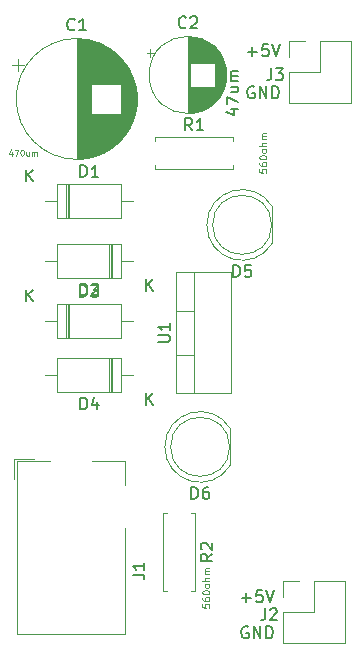
<source format=gto>
G04 #@! TF.GenerationSoftware,KiCad,Pcbnew,(5.1.5)-3*
G04 #@! TF.CreationDate,2020-04-25T12:46:16+05:30*
G04 #@! TF.ProjectId,bread power supply schematic,62726561-6420-4706-9f77-657220737570,rev?*
G04 #@! TF.SameCoordinates,Original*
G04 #@! TF.FileFunction,Legend,Top*
G04 #@! TF.FilePolarity,Positive*
%FSLAX46Y46*%
G04 Gerber Fmt 4.6, Leading zero omitted, Abs format (unit mm)*
G04 Created by KiCad (PCBNEW (5.1.5)-3) date 2020-04-25 12:46:16*
%MOMM*%
%LPD*%
G04 APERTURE LIST*
%ADD10C,0.100000*%
%ADD11C,0.150000*%
%ADD12C,0.120000*%
G04 APERTURE END LIST*
D10*
X133021428Y-167741428D02*
X133021428Y-168027142D01*
X133307142Y-168055714D01*
X133278571Y-168027142D01*
X133250000Y-167970000D01*
X133250000Y-167827142D01*
X133278571Y-167770000D01*
X133307142Y-167741428D01*
X133364285Y-167712857D01*
X133507142Y-167712857D01*
X133564285Y-167741428D01*
X133592857Y-167770000D01*
X133621428Y-167827142D01*
X133621428Y-167970000D01*
X133592857Y-168027142D01*
X133564285Y-168055714D01*
X133021428Y-167198571D02*
X133021428Y-167312857D01*
X133050000Y-167370000D01*
X133078571Y-167398571D01*
X133164285Y-167455714D01*
X133278571Y-167484285D01*
X133507142Y-167484285D01*
X133564285Y-167455714D01*
X133592857Y-167427142D01*
X133621428Y-167370000D01*
X133621428Y-167255714D01*
X133592857Y-167198571D01*
X133564285Y-167170000D01*
X133507142Y-167141428D01*
X133364285Y-167141428D01*
X133307142Y-167170000D01*
X133278571Y-167198571D01*
X133250000Y-167255714D01*
X133250000Y-167370000D01*
X133278571Y-167427142D01*
X133307142Y-167455714D01*
X133364285Y-167484285D01*
X133021428Y-166770000D02*
X133021428Y-166712857D01*
X133050000Y-166655714D01*
X133078571Y-166627142D01*
X133135714Y-166598571D01*
X133250000Y-166570000D01*
X133392857Y-166570000D01*
X133507142Y-166598571D01*
X133564285Y-166627142D01*
X133592857Y-166655714D01*
X133621428Y-166712857D01*
X133621428Y-166770000D01*
X133592857Y-166827142D01*
X133564285Y-166855714D01*
X133507142Y-166884285D01*
X133392857Y-166912857D01*
X133250000Y-166912857D01*
X133135714Y-166884285D01*
X133078571Y-166855714D01*
X133050000Y-166827142D01*
X133021428Y-166770000D01*
X133621428Y-166227142D02*
X133592857Y-166284285D01*
X133564285Y-166312857D01*
X133507142Y-166341428D01*
X133335714Y-166341428D01*
X133278571Y-166312857D01*
X133250000Y-166284285D01*
X133221428Y-166227142D01*
X133221428Y-166141428D01*
X133250000Y-166084285D01*
X133278571Y-166055714D01*
X133335714Y-166027142D01*
X133507142Y-166027142D01*
X133564285Y-166055714D01*
X133592857Y-166084285D01*
X133621428Y-166141428D01*
X133621428Y-166227142D01*
X133621428Y-165770000D02*
X133021428Y-165770000D01*
X133621428Y-165512857D02*
X133307142Y-165512857D01*
X133250000Y-165541428D01*
X133221428Y-165598571D01*
X133221428Y-165684285D01*
X133250000Y-165741428D01*
X133278571Y-165770000D01*
X133621428Y-165227142D02*
X133221428Y-165227142D01*
X133278571Y-165227142D02*
X133250000Y-165198571D01*
X133221428Y-165141428D01*
X133221428Y-165055714D01*
X133250000Y-164998571D01*
X133307142Y-164970000D01*
X133621428Y-164970000D01*
X133307142Y-164970000D02*
X133250000Y-164941428D01*
X133221428Y-164884285D01*
X133221428Y-164798571D01*
X133250000Y-164741428D01*
X133307142Y-164712857D01*
X133621428Y-164712857D01*
X137847428Y-130911428D02*
X137847428Y-131197142D01*
X138133142Y-131225714D01*
X138104571Y-131197142D01*
X138076000Y-131140000D01*
X138076000Y-130997142D01*
X138104571Y-130940000D01*
X138133142Y-130911428D01*
X138190285Y-130882857D01*
X138333142Y-130882857D01*
X138390285Y-130911428D01*
X138418857Y-130940000D01*
X138447428Y-130997142D01*
X138447428Y-131140000D01*
X138418857Y-131197142D01*
X138390285Y-131225714D01*
X137847428Y-130368571D02*
X137847428Y-130482857D01*
X137876000Y-130540000D01*
X137904571Y-130568571D01*
X137990285Y-130625714D01*
X138104571Y-130654285D01*
X138333142Y-130654285D01*
X138390285Y-130625714D01*
X138418857Y-130597142D01*
X138447428Y-130540000D01*
X138447428Y-130425714D01*
X138418857Y-130368571D01*
X138390285Y-130340000D01*
X138333142Y-130311428D01*
X138190285Y-130311428D01*
X138133142Y-130340000D01*
X138104571Y-130368571D01*
X138076000Y-130425714D01*
X138076000Y-130540000D01*
X138104571Y-130597142D01*
X138133142Y-130625714D01*
X138190285Y-130654285D01*
X137847428Y-129940000D02*
X137847428Y-129882857D01*
X137876000Y-129825714D01*
X137904571Y-129797142D01*
X137961714Y-129768571D01*
X138076000Y-129740000D01*
X138218857Y-129740000D01*
X138333142Y-129768571D01*
X138390285Y-129797142D01*
X138418857Y-129825714D01*
X138447428Y-129882857D01*
X138447428Y-129940000D01*
X138418857Y-129997142D01*
X138390285Y-130025714D01*
X138333142Y-130054285D01*
X138218857Y-130082857D01*
X138076000Y-130082857D01*
X137961714Y-130054285D01*
X137904571Y-130025714D01*
X137876000Y-129997142D01*
X137847428Y-129940000D01*
X138447428Y-129397142D02*
X138418857Y-129454285D01*
X138390285Y-129482857D01*
X138333142Y-129511428D01*
X138161714Y-129511428D01*
X138104571Y-129482857D01*
X138076000Y-129454285D01*
X138047428Y-129397142D01*
X138047428Y-129311428D01*
X138076000Y-129254285D01*
X138104571Y-129225714D01*
X138161714Y-129197142D01*
X138333142Y-129197142D01*
X138390285Y-129225714D01*
X138418857Y-129254285D01*
X138447428Y-129311428D01*
X138447428Y-129397142D01*
X138447428Y-128940000D02*
X137847428Y-128940000D01*
X138447428Y-128682857D02*
X138133142Y-128682857D01*
X138076000Y-128711428D01*
X138047428Y-128768571D01*
X138047428Y-128854285D01*
X138076000Y-128911428D01*
X138104571Y-128940000D01*
X138447428Y-128397142D02*
X138047428Y-128397142D01*
X138104571Y-128397142D02*
X138076000Y-128368571D01*
X138047428Y-128311428D01*
X138047428Y-128225714D01*
X138076000Y-128168571D01*
X138133142Y-128140000D01*
X138447428Y-128140000D01*
X138133142Y-128140000D02*
X138076000Y-128111428D01*
X138047428Y-128054285D01*
X138047428Y-127968571D01*
X138076000Y-127911428D01*
X138133142Y-127882857D01*
X138447428Y-127882857D01*
D11*
X135421714Y-125864761D02*
X136088380Y-125864761D01*
X135040761Y-126102857D02*
X135755047Y-126340952D01*
X135755047Y-125721904D01*
X135088380Y-125436190D02*
X135088380Y-124769523D01*
X136088380Y-125198095D01*
X135421714Y-123960000D02*
X136088380Y-123960000D01*
X135421714Y-124388571D02*
X135945523Y-124388571D01*
X136040761Y-124340952D01*
X136088380Y-124245714D01*
X136088380Y-124102857D01*
X136040761Y-124007619D01*
X135993142Y-123960000D01*
X136088380Y-123483809D02*
X135421714Y-123483809D01*
X135516952Y-123483809D02*
X135469333Y-123436190D01*
X135421714Y-123340952D01*
X135421714Y-123198095D01*
X135469333Y-123102857D01*
X135564571Y-123055238D01*
X136088380Y-123055238D01*
X135564571Y-123055238D02*
X135469333Y-123007619D01*
X135421714Y-122912380D01*
X135421714Y-122769523D01*
X135469333Y-122674285D01*
X135564571Y-122626666D01*
X136088380Y-122626666D01*
D10*
X116915523Y-129432857D02*
X116915523Y-129766190D01*
X116796476Y-129242380D02*
X116677428Y-129599523D01*
X116986952Y-129599523D01*
X117129809Y-129266190D02*
X117463142Y-129266190D01*
X117248857Y-129766190D01*
X117748857Y-129266190D02*
X117796476Y-129266190D01*
X117844095Y-129290000D01*
X117867904Y-129313809D01*
X117891714Y-129361428D01*
X117915523Y-129456666D01*
X117915523Y-129575714D01*
X117891714Y-129670952D01*
X117867904Y-129718571D01*
X117844095Y-129742380D01*
X117796476Y-129766190D01*
X117748857Y-129766190D01*
X117701238Y-129742380D01*
X117677428Y-129718571D01*
X117653619Y-129670952D01*
X117629809Y-129575714D01*
X117629809Y-129456666D01*
X117653619Y-129361428D01*
X117677428Y-129313809D01*
X117701238Y-129290000D01*
X117748857Y-129266190D01*
X118344095Y-129432857D02*
X118344095Y-129766190D01*
X118129809Y-129432857D02*
X118129809Y-129694761D01*
X118153619Y-129742380D01*
X118201238Y-129766190D01*
X118272666Y-129766190D01*
X118320285Y-129742380D01*
X118344095Y-129718571D01*
X118582190Y-129766190D02*
X118582190Y-129432857D01*
X118582190Y-129480476D02*
X118606000Y-129456666D01*
X118653619Y-129432857D01*
X118725047Y-129432857D01*
X118772666Y-129456666D01*
X118796476Y-129504285D01*
X118796476Y-129766190D01*
X118796476Y-129504285D02*
X118820285Y-129456666D01*
X118867904Y-129432857D01*
X118939333Y-129432857D01*
X118986952Y-129456666D01*
X119010761Y-129504285D01*
X119010761Y-129766190D01*
D11*
X136382285Y-167203428D02*
X137144190Y-167203428D01*
X136763238Y-167584380D02*
X136763238Y-166822476D01*
X138096571Y-166584380D02*
X137620380Y-166584380D01*
X137572761Y-167060571D01*
X137620380Y-167012952D01*
X137715619Y-166965333D01*
X137953714Y-166965333D01*
X138048952Y-167012952D01*
X138096571Y-167060571D01*
X138144190Y-167155809D01*
X138144190Y-167393904D01*
X138096571Y-167489142D01*
X138048952Y-167536761D01*
X137953714Y-167584380D01*
X137715619Y-167584380D01*
X137620380Y-167536761D01*
X137572761Y-167489142D01*
X138429904Y-166584380D02*
X138763238Y-167584380D01*
X139096571Y-166584380D01*
X136890285Y-120975428D02*
X137652190Y-120975428D01*
X137271238Y-121356380D02*
X137271238Y-120594476D01*
X138604571Y-120356380D02*
X138128380Y-120356380D01*
X138080761Y-120832571D01*
X138128380Y-120784952D01*
X138223619Y-120737333D01*
X138461714Y-120737333D01*
X138556952Y-120784952D01*
X138604571Y-120832571D01*
X138652190Y-120927809D01*
X138652190Y-121165904D01*
X138604571Y-121261142D01*
X138556952Y-121308761D01*
X138461714Y-121356380D01*
X138223619Y-121356380D01*
X138128380Y-121308761D01*
X138080761Y-121261142D01*
X138937904Y-120356380D02*
X139271238Y-121356380D01*
X139604571Y-120356380D01*
X136906095Y-169680000D02*
X136810857Y-169632380D01*
X136668000Y-169632380D01*
X136525142Y-169680000D01*
X136429904Y-169775238D01*
X136382285Y-169870476D01*
X136334666Y-170060952D01*
X136334666Y-170203809D01*
X136382285Y-170394285D01*
X136429904Y-170489523D01*
X136525142Y-170584761D01*
X136668000Y-170632380D01*
X136763238Y-170632380D01*
X136906095Y-170584761D01*
X136953714Y-170537142D01*
X136953714Y-170203809D01*
X136763238Y-170203809D01*
X137382285Y-170632380D02*
X137382285Y-169632380D01*
X137953714Y-170632380D01*
X137953714Y-169632380D01*
X138429904Y-170632380D02*
X138429904Y-169632380D01*
X138668000Y-169632380D01*
X138810857Y-169680000D01*
X138906095Y-169775238D01*
X138953714Y-169870476D01*
X139001333Y-170060952D01*
X139001333Y-170203809D01*
X138953714Y-170394285D01*
X138906095Y-170489523D01*
X138810857Y-170584761D01*
X138668000Y-170632380D01*
X138429904Y-170632380D01*
X137414095Y-123960000D02*
X137318857Y-123912380D01*
X137176000Y-123912380D01*
X137033142Y-123960000D01*
X136937904Y-124055238D01*
X136890285Y-124150476D01*
X136842666Y-124340952D01*
X136842666Y-124483809D01*
X136890285Y-124674285D01*
X136937904Y-124769523D01*
X137033142Y-124864761D01*
X137176000Y-124912380D01*
X137271238Y-124912380D01*
X137414095Y-124864761D01*
X137461714Y-124817142D01*
X137461714Y-124483809D01*
X137271238Y-124483809D01*
X137890285Y-124912380D02*
X137890285Y-123912380D01*
X138461714Y-124912380D01*
X138461714Y-123912380D01*
X138937904Y-124912380D02*
X138937904Y-123912380D01*
X139176000Y-123912380D01*
X139318857Y-123960000D01*
X139414095Y-124055238D01*
X139461714Y-124150476D01*
X139509333Y-124340952D01*
X139509333Y-124483809D01*
X139461714Y-124674285D01*
X139414095Y-124769523D01*
X139318857Y-124864761D01*
X139176000Y-124912380D01*
X138937904Y-124912380D01*
D12*
X127508000Y-124968000D02*
G75*
G03X127508000Y-124968000I-5120000J0D01*
G01*
X122388000Y-119888000D02*
X122388000Y-130048000D01*
X122428000Y-119888000D02*
X122428000Y-130048000D01*
X122468000Y-119888000D02*
X122468000Y-130048000D01*
X122508000Y-119889000D02*
X122508000Y-130047000D01*
X122548000Y-119890000D02*
X122548000Y-130046000D01*
X122588000Y-119891000D02*
X122588000Y-130045000D01*
X122628000Y-119893000D02*
X122628000Y-130043000D01*
X122668000Y-119895000D02*
X122668000Y-130041000D01*
X122708000Y-119898000D02*
X122708000Y-130038000D01*
X122748000Y-119900000D02*
X122748000Y-130036000D01*
X122788000Y-119903000D02*
X122788000Y-130033000D01*
X122828000Y-119906000D02*
X122828000Y-130030000D01*
X122868000Y-119910000D02*
X122868000Y-130026000D01*
X122908000Y-119914000D02*
X122908000Y-130022000D01*
X122948000Y-119918000D02*
X122948000Y-130018000D01*
X122988000Y-119923000D02*
X122988000Y-130013000D01*
X123028000Y-119928000D02*
X123028000Y-130008000D01*
X123068000Y-119933000D02*
X123068000Y-130003000D01*
X123109000Y-119938000D02*
X123109000Y-129998000D01*
X123149000Y-119944000D02*
X123149000Y-129992000D01*
X123189000Y-119950000D02*
X123189000Y-129986000D01*
X123229000Y-119957000D02*
X123229000Y-129979000D01*
X123269000Y-119964000D02*
X123269000Y-129972000D01*
X123309000Y-119971000D02*
X123309000Y-129965000D01*
X123349000Y-119978000D02*
X123349000Y-129958000D01*
X123389000Y-119986000D02*
X123389000Y-129950000D01*
X123429000Y-119994000D02*
X123429000Y-129942000D01*
X123469000Y-120003000D02*
X123469000Y-129933000D01*
X123509000Y-120012000D02*
X123509000Y-129924000D01*
X123549000Y-120021000D02*
X123549000Y-129915000D01*
X123589000Y-120030000D02*
X123589000Y-129906000D01*
X123629000Y-120040000D02*
X123629000Y-129896000D01*
X123669000Y-120050000D02*
X123669000Y-123727000D01*
X123669000Y-126209000D02*
X123669000Y-129886000D01*
X123709000Y-120061000D02*
X123709000Y-123727000D01*
X123709000Y-126209000D02*
X123709000Y-129875000D01*
X123749000Y-120071000D02*
X123749000Y-123727000D01*
X123749000Y-126209000D02*
X123749000Y-129865000D01*
X123789000Y-120083000D02*
X123789000Y-123727000D01*
X123789000Y-126209000D02*
X123789000Y-129853000D01*
X123829000Y-120094000D02*
X123829000Y-123727000D01*
X123829000Y-126209000D02*
X123829000Y-129842000D01*
X123869000Y-120106000D02*
X123869000Y-123727000D01*
X123869000Y-126209000D02*
X123869000Y-129830000D01*
X123909000Y-120118000D02*
X123909000Y-123727000D01*
X123909000Y-126209000D02*
X123909000Y-129818000D01*
X123949000Y-120131000D02*
X123949000Y-123727000D01*
X123949000Y-126209000D02*
X123949000Y-129805000D01*
X123989000Y-120144000D02*
X123989000Y-123727000D01*
X123989000Y-126209000D02*
X123989000Y-129792000D01*
X124029000Y-120157000D02*
X124029000Y-123727000D01*
X124029000Y-126209000D02*
X124029000Y-129779000D01*
X124069000Y-120171000D02*
X124069000Y-123727000D01*
X124069000Y-126209000D02*
X124069000Y-129765000D01*
X124109000Y-120185000D02*
X124109000Y-123727000D01*
X124109000Y-126209000D02*
X124109000Y-129751000D01*
X124149000Y-120200000D02*
X124149000Y-123727000D01*
X124149000Y-126209000D02*
X124149000Y-129736000D01*
X124189000Y-120214000D02*
X124189000Y-123727000D01*
X124189000Y-126209000D02*
X124189000Y-129722000D01*
X124229000Y-120230000D02*
X124229000Y-123727000D01*
X124229000Y-126209000D02*
X124229000Y-129706000D01*
X124269000Y-120245000D02*
X124269000Y-123727000D01*
X124269000Y-126209000D02*
X124269000Y-129691000D01*
X124309000Y-120261000D02*
X124309000Y-123727000D01*
X124309000Y-126209000D02*
X124309000Y-129675000D01*
X124349000Y-120278000D02*
X124349000Y-123727000D01*
X124349000Y-126209000D02*
X124349000Y-129658000D01*
X124389000Y-120294000D02*
X124389000Y-123727000D01*
X124389000Y-126209000D02*
X124389000Y-129642000D01*
X124429000Y-120311000D02*
X124429000Y-123727000D01*
X124429000Y-126209000D02*
X124429000Y-129625000D01*
X124469000Y-120329000D02*
X124469000Y-123727000D01*
X124469000Y-126209000D02*
X124469000Y-129607000D01*
X124509000Y-120347000D02*
X124509000Y-123727000D01*
X124509000Y-126209000D02*
X124509000Y-129589000D01*
X124549000Y-120365000D02*
X124549000Y-123727000D01*
X124549000Y-126209000D02*
X124549000Y-129571000D01*
X124589000Y-120384000D02*
X124589000Y-123727000D01*
X124589000Y-126209000D02*
X124589000Y-129552000D01*
X124629000Y-120404000D02*
X124629000Y-123727000D01*
X124629000Y-126209000D02*
X124629000Y-129532000D01*
X124669000Y-120423000D02*
X124669000Y-123727000D01*
X124669000Y-126209000D02*
X124669000Y-129513000D01*
X124709000Y-120443000D02*
X124709000Y-123727000D01*
X124709000Y-126209000D02*
X124709000Y-129493000D01*
X124749000Y-120464000D02*
X124749000Y-123727000D01*
X124749000Y-126209000D02*
X124749000Y-129472000D01*
X124789000Y-120485000D02*
X124789000Y-123727000D01*
X124789000Y-126209000D02*
X124789000Y-129451000D01*
X124829000Y-120506000D02*
X124829000Y-123727000D01*
X124829000Y-126209000D02*
X124829000Y-129430000D01*
X124869000Y-120528000D02*
X124869000Y-123727000D01*
X124869000Y-126209000D02*
X124869000Y-129408000D01*
X124909000Y-120551000D02*
X124909000Y-123727000D01*
X124909000Y-126209000D02*
X124909000Y-129385000D01*
X124949000Y-120573000D02*
X124949000Y-123727000D01*
X124949000Y-126209000D02*
X124949000Y-129363000D01*
X124989000Y-120597000D02*
X124989000Y-123727000D01*
X124989000Y-126209000D02*
X124989000Y-129339000D01*
X125029000Y-120621000D02*
X125029000Y-123727000D01*
X125029000Y-126209000D02*
X125029000Y-129315000D01*
X125069000Y-120645000D02*
X125069000Y-123727000D01*
X125069000Y-126209000D02*
X125069000Y-129291000D01*
X125109000Y-120670000D02*
X125109000Y-123727000D01*
X125109000Y-126209000D02*
X125109000Y-129266000D01*
X125149000Y-120695000D02*
X125149000Y-123727000D01*
X125149000Y-126209000D02*
X125149000Y-129241000D01*
X125189000Y-120721000D02*
X125189000Y-123727000D01*
X125189000Y-126209000D02*
X125189000Y-129215000D01*
X125229000Y-120747000D02*
X125229000Y-123727000D01*
X125229000Y-126209000D02*
X125229000Y-129189000D01*
X125269000Y-120774000D02*
X125269000Y-123727000D01*
X125269000Y-126209000D02*
X125269000Y-129162000D01*
X125309000Y-120802000D02*
X125309000Y-123727000D01*
X125309000Y-126209000D02*
X125309000Y-129134000D01*
X125349000Y-120830000D02*
X125349000Y-123727000D01*
X125349000Y-126209000D02*
X125349000Y-129106000D01*
X125389000Y-120858000D02*
X125389000Y-123727000D01*
X125389000Y-126209000D02*
X125389000Y-129078000D01*
X125429000Y-120888000D02*
X125429000Y-123727000D01*
X125429000Y-126209000D02*
X125429000Y-129048000D01*
X125469000Y-120918000D02*
X125469000Y-123727000D01*
X125469000Y-126209000D02*
X125469000Y-129018000D01*
X125509000Y-120948000D02*
X125509000Y-123727000D01*
X125509000Y-126209000D02*
X125509000Y-128988000D01*
X125549000Y-120979000D02*
X125549000Y-123727000D01*
X125549000Y-126209000D02*
X125549000Y-128957000D01*
X125589000Y-121011000D02*
X125589000Y-123727000D01*
X125589000Y-126209000D02*
X125589000Y-128925000D01*
X125629000Y-121043000D02*
X125629000Y-123727000D01*
X125629000Y-126209000D02*
X125629000Y-128893000D01*
X125669000Y-121076000D02*
X125669000Y-123727000D01*
X125669000Y-126209000D02*
X125669000Y-128860000D01*
X125709000Y-121110000D02*
X125709000Y-123727000D01*
X125709000Y-126209000D02*
X125709000Y-128826000D01*
X125749000Y-121144000D02*
X125749000Y-123727000D01*
X125749000Y-126209000D02*
X125749000Y-128792000D01*
X125789000Y-121179000D02*
X125789000Y-123727000D01*
X125789000Y-126209000D02*
X125789000Y-128757000D01*
X125829000Y-121215000D02*
X125829000Y-123727000D01*
X125829000Y-126209000D02*
X125829000Y-128721000D01*
X125869000Y-121252000D02*
X125869000Y-123727000D01*
X125869000Y-126209000D02*
X125869000Y-128684000D01*
X125909000Y-121289000D02*
X125909000Y-123727000D01*
X125909000Y-126209000D02*
X125909000Y-128647000D01*
X125949000Y-121328000D02*
X125949000Y-123727000D01*
X125949000Y-126209000D02*
X125949000Y-128608000D01*
X125989000Y-121367000D02*
X125989000Y-123727000D01*
X125989000Y-126209000D02*
X125989000Y-128569000D01*
X126029000Y-121407000D02*
X126029000Y-123727000D01*
X126029000Y-126209000D02*
X126029000Y-128529000D01*
X126069000Y-121448000D02*
X126069000Y-123727000D01*
X126069000Y-126209000D02*
X126069000Y-128488000D01*
X126109000Y-121490000D02*
X126109000Y-123727000D01*
X126109000Y-126209000D02*
X126109000Y-128446000D01*
X126149000Y-121532000D02*
X126149000Y-128404000D01*
X126189000Y-121576000D02*
X126189000Y-128360000D01*
X126229000Y-121621000D02*
X126229000Y-128315000D01*
X126269000Y-121667000D02*
X126269000Y-128269000D01*
X126309000Y-121714000D02*
X126309000Y-128222000D01*
X126349000Y-121762000D02*
X126349000Y-128174000D01*
X126389000Y-121812000D02*
X126389000Y-128124000D01*
X126429000Y-121862000D02*
X126429000Y-128074000D01*
X126469000Y-121914000D02*
X126469000Y-128022000D01*
X126509000Y-121968000D02*
X126509000Y-127968000D01*
X126549000Y-122023000D02*
X126549000Y-127913000D01*
X126589000Y-122079000D02*
X126589000Y-127857000D01*
X126629000Y-122138000D02*
X126629000Y-127798000D01*
X126669000Y-122198000D02*
X126669000Y-127738000D01*
X126709000Y-122259000D02*
X126709000Y-127677000D01*
X126749000Y-122323000D02*
X126749000Y-127613000D01*
X126789000Y-122389000D02*
X126789000Y-127547000D01*
X126829000Y-122458000D02*
X126829000Y-127478000D01*
X126869000Y-122529000D02*
X126869000Y-127407000D01*
X126909000Y-122603000D02*
X126909000Y-127333000D01*
X126949000Y-122679000D02*
X126949000Y-127257000D01*
X126989000Y-122759000D02*
X126989000Y-127177000D01*
X127029000Y-122843000D02*
X127029000Y-127093000D01*
X127069000Y-122931000D02*
X127069000Y-127005000D01*
X127109000Y-123024000D02*
X127109000Y-126912000D01*
X127149000Y-123122000D02*
X127149000Y-126814000D01*
X127189000Y-123226000D02*
X127189000Y-126710000D01*
X127229000Y-123338000D02*
X127229000Y-126598000D01*
X127269000Y-123458000D02*
X127269000Y-126478000D01*
X127309000Y-123590000D02*
X127309000Y-126346000D01*
X127349000Y-123738000D02*
X127349000Y-126198000D01*
X127389000Y-123906000D02*
X127389000Y-126030000D01*
X127429000Y-124106000D02*
X127429000Y-125830000D01*
X127469000Y-124369000D02*
X127469000Y-125567000D01*
X116908354Y-122093000D02*
X117908354Y-122093000D01*
X117408354Y-121593000D02*
X117408354Y-122593000D01*
X135076000Y-122936000D02*
G75*
G03X135076000Y-122936000I-3270000J0D01*
G01*
X131806000Y-119706000D02*
X131806000Y-126166000D01*
X131846000Y-119706000D02*
X131846000Y-126166000D01*
X131886000Y-119706000D02*
X131886000Y-126166000D01*
X131926000Y-119708000D02*
X131926000Y-126164000D01*
X131966000Y-119709000D02*
X131966000Y-126163000D01*
X132006000Y-119712000D02*
X132006000Y-126160000D01*
X132046000Y-119714000D02*
X132046000Y-121896000D01*
X132046000Y-123976000D02*
X132046000Y-126158000D01*
X132086000Y-119718000D02*
X132086000Y-121896000D01*
X132086000Y-123976000D02*
X132086000Y-126154000D01*
X132126000Y-119721000D02*
X132126000Y-121896000D01*
X132126000Y-123976000D02*
X132126000Y-126151000D01*
X132166000Y-119725000D02*
X132166000Y-121896000D01*
X132166000Y-123976000D02*
X132166000Y-126147000D01*
X132206000Y-119730000D02*
X132206000Y-121896000D01*
X132206000Y-123976000D02*
X132206000Y-126142000D01*
X132246000Y-119735000D02*
X132246000Y-121896000D01*
X132246000Y-123976000D02*
X132246000Y-126137000D01*
X132286000Y-119741000D02*
X132286000Y-121896000D01*
X132286000Y-123976000D02*
X132286000Y-126131000D01*
X132326000Y-119747000D02*
X132326000Y-121896000D01*
X132326000Y-123976000D02*
X132326000Y-126125000D01*
X132366000Y-119754000D02*
X132366000Y-121896000D01*
X132366000Y-123976000D02*
X132366000Y-126118000D01*
X132406000Y-119761000D02*
X132406000Y-121896000D01*
X132406000Y-123976000D02*
X132406000Y-126111000D01*
X132446000Y-119769000D02*
X132446000Y-121896000D01*
X132446000Y-123976000D02*
X132446000Y-126103000D01*
X132486000Y-119777000D02*
X132486000Y-121896000D01*
X132486000Y-123976000D02*
X132486000Y-126095000D01*
X132527000Y-119786000D02*
X132527000Y-121896000D01*
X132527000Y-123976000D02*
X132527000Y-126086000D01*
X132567000Y-119795000D02*
X132567000Y-121896000D01*
X132567000Y-123976000D02*
X132567000Y-126077000D01*
X132607000Y-119805000D02*
X132607000Y-121896000D01*
X132607000Y-123976000D02*
X132607000Y-126067000D01*
X132647000Y-119815000D02*
X132647000Y-121896000D01*
X132647000Y-123976000D02*
X132647000Y-126057000D01*
X132687000Y-119826000D02*
X132687000Y-121896000D01*
X132687000Y-123976000D02*
X132687000Y-126046000D01*
X132727000Y-119838000D02*
X132727000Y-121896000D01*
X132727000Y-123976000D02*
X132727000Y-126034000D01*
X132767000Y-119850000D02*
X132767000Y-121896000D01*
X132767000Y-123976000D02*
X132767000Y-126022000D01*
X132807000Y-119862000D02*
X132807000Y-121896000D01*
X132807000Y-123976000D02*
X132807000Y-126010000D01*
X132847000Y-119875000D02*
X132847000Y-121896000D01*
X132847000Y-123976000D02*
X132847000Y-125997000D01*
X132887000Y-119889000D02*
X132887000Y-121896000D01*
X132887000Y-123976000D02*
X132887000Y-125983000D01*
X132927000Y-119903000D02*
X132927000Y-121896000D01*
X132927000Y-123976000D02*
X132927000Y-125969000D01*
X132967000Y-119918000D02*
X132967000Y-121896000D01*
X132967000Y-123976000D02*
X132967000Y-125954000D01*
X133007000Y-119934000D02*
X133007000Y-121896000D01*
X133007000Y-123976000D02*
X133007000Y-125938000D01*
X133047000Y-119950000D02*
X133047000Y-121896000D01*
X133047000Y-123976000D02*
X133047000Y-125922000D01*
X133087000Y-119966000D02*
X133087000Y-121896000D01*
X133087000Y-123976000D02*
X133087000Y-125906000D01*
X133127000Y-119984000D02*
X133127000Y-121896000D01*
X133127000Y-123976000D02*
X133127000Y-125888000D01*
X133167000Y-120002000D02*
X133167000Y-121896000D01*
X133167000Y-123976000D02*
X133167000Y-125870000D01*
X133207000Y-120020000D02*
X133207000Y-121896000D01*
X133207000Y-123976000D02*
X133207000Y-125852000D01*
X133247000Y-120040000D02*
X133247000Y-121896000D01*
X133247000Y-123976000D02*
X133247000Y-125832000D01*
X133287000Y-120060000D02*
X133287000Y-121896000D01*
X133287000Y-123976000D02*
X133287000Y-125812000D01*
X133327000Y-120080000D02*
X133327000Y-121896000D01*
X133327000Y-123976000D02*
X133327000Y-125792000D01*
X133367000Y-120102000D02*
X133367000Y-121896000D01*
X133367000Y-123976000D02*
X133367000Y-125770000D01*
X133407000Y-120124000D02*
X133407000Y-121896000D01*
X133407000Y-123976000D02*
X133407000Y-125748000D01*
X133447000Y-120146000D02*
X133447000Y-121896000D01*
X133447000Y-123976000D02*
X133447000Y-125726000D01*
X133487000Y-120170000D02*
X133487000Y-121896000D01*
X133487000Y-123976000D02*
X133487000Y-125702000D01*
X133527000Y-120194000D02*
X133527000Y-121896000D01*
X133527000Y-123976000D02*
X133527000Y-125678000D01*
X133567000Y-120220000D02*
X133567000Y-121896000D01*
X133567000Y-123976000D02*
X133567000Y-125652000D01*
X133607000Y-120246000D02*
X133607000Y-121896000D01*
X133607000Y-123976000D02*
X133607000Y-125626000D01*
X133647000Y-120272000D02*
X133647000Y-121896000D01*
X133647000Y-123976000D02*
X133647000Y-125600000D01*
X133687000Y-120300000D02*
X133687000Y-121896000D01*
X133687000Y-123976000D02*
X133687000Y-125572000D01*
X133727000Y-120329000D02*
X133727000Y-121896000D01*
X133727000Y-123976000D02*
X133727000Y-125543000D01*
X133767000Y-120358000D02*
X133767000Y-121896000D01*
X133767000Y-123976000D02*
X133767000Y-125514000D01*
X133807000Y-120388000D02*
X133807000Y-121896000D01*
X133807000Y-123976000D02*
X133807000Y-125484000D01*
X133847000Y-120420000D02*
X133847000Y-121896000D01*
X133847000Y-123976000D02*
X133847000Y-125452000D01*
X133887000Y-120452000D02*
X133887000Y-121896000D01*
X133887000Y-123976000D02*
X133887000Y-125420000D01*
X133927000Y-120486000D02*
X133927000Y-121896000D01*
X133927000Y-123976000D02*
X133927000Y-125386000D01*
X133967000Y-120520000D02*
X133967000Y-121896000D01*
X133967000Y-123976000D02*
X133967000Y-125352000D01*
X134007000Y-120556000D02*
X134007000Y-121896000D01*
X134007000Y-123976000D02*
X134007000Y-125316000D01*
X134047000Y-120593000D02*
X134047000Y-121896000D01*
X134047000Y-123976000D02*
X134047000Y-125279000D01*
X134087000Y-120631000D02*
X134087000Y-121896000D01*
X134087000Y-123976000D02*
X134087000Y-125241000D01*
X134127000Y-120671000D02*
X134127000Y-125201000D01*
X134167000Y-120712000D02*
X134167000Y-125160000D01*
X134207000Y-120754000D02*
X134207000Y-125118000D01*
X134247000Y-120799000D02*
X134247000Y-125073000D01*
X134287000Y-120844000D02*
X134287000Y-125028000D01*
X134327000Y-120892000D02*
X134327000Y-124980000D01*
X134367000Y-120941000D02*
X134367000Y-124931000D01*
X134407000Y-120992000D02*
X134407000Y-124880000D01*
X134447000Y-121046000D02*
X134447000Y-124826000D01*
X134487000Y-121102000D02*
X134487000Y-124770000D01*
X134527000Y-121160000D02*
X134527000Y-124712000D01*
X134567000Y-121222000D02*
X134567000Y-124650000D01*
X134607000Y-121286000D02*
X134607000Y-124586000D01*
X134647000Y-121355000D02*
X134647000Y-124517000D01*
X134687000Y-121427000D02*
X134687000Y-124445000D01*
X134727000Y-121504000D02*
X134727000Y-124368000D01*
X134767000Y-121586000D02*
X134767000Y-124286000D01*
X134807000Y-121674000D02*
X134807000Y-124198000D01*
X134847000Y-121771000D02*
X134847000Y-124101000D01*
X134887000Y-121877000D02*
X134887000Y-123995000D01*
X134927000Y-121996000D02*
X134927000Y-123876000D01*
X134967000Y-122134000D02*
X134967000Y-123738000D01*
X135007000Y-122303000D02*
X135007000Y-123569000D01*
X135047000Y-122534000D02*
X135047000Y-123338000D01*
X128305759Y-121097000D02*
X128935759Y-121097000D01*
X128620759Y-120782000D02*
X128620759Y-121412000D01*
X120724000Y-132134000D02*
X120724000Y-135074000D01*
X120724000Y-135074000D02*
X126164000Y-135074000D01*
X126164000Y-135074000D02*
X126164000Y-132134000D01*
X126164000Y-132134000D02*
X120724000Y-132134000D01*
X119704000Y-133604000D02*
X120724000Y-133604000D01*
X127184000Y-133604000D02*
X126164000Y-133604000D01*
X121624000Y-132134000D02*
X121624000Y-135074000D01*
X121744000Y-132134000D02*
X121744000Y-135074000D01*
X121504000Y-132134000D02*
X121504000Y-135074000D01*
X125384000Y-140154000D02*
X125384000Y-137214000D01*
X125144000Y-140154000D02*
X125144000Y-137214000D01*
X125264000Y-140154000D02*
X125264000Y-137214000D01*
X119704000Y-138684000D02*
X120724000Y-138684000D01*
X127184000Y-138684000D02*
X126164000Y-138684000D01*
X120724000Y-140154000D02*
X126164000Y-140154000D01*
X120724000Y-137214000D02*
X120724000Y-140154000D01*
X126164000Y-137214000D02*
X120724000Y-137214000D01*
X126164000Y-140154000D02*
X126164000Y-137214000D01*
X120724000Y-142294000D02*
X120724000Y-145234000D01*
X120724000Y-145234000D02*
X126164000Y-145234000D01*
X126164000Y-145234000D02*
X126164000Y-142294000D01*
X126164000Y-142294000D02*
X120724000Y-142294000D01*
X119704000Y-143764000D02*
X120724000Y-143764000D01*
X127184000Y-143764000D02*
X126164000Y-143764000D01*
X121624000Y-142294000D02*
X121624000Y-145234000D01*
X121744000Y-142294000D02*
X121744000Y-145234000D01*
X121504000Y-142294000D02*
X121504000Y-145234000D01*
X125384000Y-149806000D02*
X125384000Y-146866000D01*
X125144000Y-149806000D02*
X125144000Y-146866000D01*
X125264000Y-149806000D02*
X125264000Y-146866000D01*
X119704000Y-148336000D02*
X120724000Y-148336000D01*
X127184000Y-148336000D02*
X126164000Y-148336000D01*
X120724000Y-149806000D02*
X126164000Y-149806000D01*
X120724000Y-146866000D02*
X120724000Y-149806000D01*
X126164000Y-146866000D02*
X120724000Y-146866000D01*
X126164000Y-149806000D02*
X126164000Y-146866000D01*
X138958000Y-137181000D02*
X138958000Y-134091000D01*
X138898000Y-135636000D02*
G75*
G03X138898000Y-135636000I-2500000J0D01*
G01*
X133408000Y-135636462D02*
G75*
G02X138958000Y-134091170I2990000J462D01*
G01*
X133408000Y-135635538D02*
G75*
G03X138958000Y-137180830I2990000J-462D01*
G01*
X129852000Y-154431538D02*
G75*
G03X135402000Y-155976830I2990000J-462D01*
G01*
X129852000Y-154432462D02*
G75*
G02X135402000Y-152887170I2990000J462D01*
G01*
X135342000Y-154432000D02*
G75*
G03X135342000Y-154432000I-2500000J0D01*
G01*
X135402000Y-155977000D02*
X135402000Y-152887000D01*
X126520000Y-161264000D02*
X126520000Y-170264000D01*
X126520000Y-170264000D02*
X117320000Y-170264000D01*
X117320000Y-170264000D02*
X117320000Y-155664000D01*
X117320000Y-155664000D02*
X120120000Y-155664000D01*
X123720000Y-155664000D02*
X126520000Y-155664000D01*
X126520000Y-155664000D02*
X126520000Y-157664000D01*
X117080000Y-157164000D02*
X117080000Y-155424000D01*
X117080000Y-155424000D02*
X118820000Y-155424000D01*
X139894000Y-165802000D02*
X141224000Y-165802000D01*
X139894000Y-167132000D02*
X139894000Y-165802000D01*
X142494000Y-165802000D02*
X145094000Y-165802000D01*
X142494000Y-168402000D02*
X142494000Y-165802000D01*
X139894000Y-168402000D02*
X142494000Y-168402000D01*
X145094000Y-165802000D02*
X145094000Y-171002000D01*
X139894000Y-168402000D02*
X139894000Y-171002000D01*
X139894000Y-171002000D02*
X145094000Y-171002000D01*
X140402000Y-125282000D02*
X145602000Y-125282000D01*
X140402000Y-122682000D02*
X140402000Y-125282000D01*
X145602000Y-120082000D02*
X145602000Y-125282000D01*
X140402000Y-122682000D02*
X143002000Y-122682000D01*
X143002000Y-122682000D02*
X143002000Y-120082000D01*
X143002000Y-120082000D02*
X145602000Y-120082000D01*
X140402000Y-121412000D02*
X140402000Y-120082000D01*
X140402000Y-120082000D02*
X141732000Y-120082000D01*
X135604000Y-130910000D02*
X135604000Y-130580000D01*
X129064000Y-130910000D02*
X135604000Y-130910000D01*
X129064000Y-130580000D02*
X129064000Y-130910000D01*
X135604000Y-128170000D02*
X135604000Y-128500000D01*
X129064000Y-128170000D02*
X135604000Y-128170000D01*
X129064000Y-128500000D02*
X129064000Y-128170000D01*
X132104000Y-160052000D02*
X132434000Y-160052000D01*
X132434000Y-160052000D02*
X132434000Y-166592000D01*
X132434000Y-166592000D02*
X132104000Y-166592000D01*
X130024000Y-160052000D02*
X129694000Y-160052000D01*
X129694000Y-160052000D02*
X129694000Y-166592000D01*
X129694000Y-166592000D02*
X130024000Y-166592000D01*
X130842000Y-149900000D02*
X130842000Y-139660000D01*
X135483000Y-149900000D02*
X135483000Y-139660000D01*
X130842000Y-149900000D02*
X135483000Y-149900000D01*
X130842000Y-139660000D02*
X135483000Y-139660000D01*
X132352000Y-149900000D02*
X132352000Y-139660000D01*
X130842000Y-146630000D02*
X132352000Y-146630000D01*
X130842000Y-142929000D02*
X132352000Y-142929000D01*
D11*
X122221333Y-119075142D02*
X122173714Y-119122761D01*
X122030857Y-119170380D01*
X121935619Y-119170380D01*
X121792761Y-119122761D01*
X121697523Y-119027523D01*
X121649904Y-118932285D01*
X121602285Y-118741809D01*
X121602285Y-118598952D01*
X121649904Y-118408476D01*
X121697523Y-118313238D01*
X121792761Y-118218000D01*
X121935619Y-118170380D01*
X122030857Y-118170380D01*
X122173714Y-118218000D01*
X122221333Y-118265619D01*
X123173714Y-119170380D02*
X122602285Y-119170380D01*
X122888000Y-119170380D02*
X122888000Y-118170380D01*
X122792761Y-118313238D01*
X122697523Y-118408476D01*
X122602285Y-118456095D01*
X131639333Y-118893142D02*
X131591714Y-118940761D01*
X131448857Y-118988380D01*
X131353619Y-118988380D01*
X131210761Y-118940761D01*
X131115523Y-118845523D01*
X131067904Y-118750285D01*
X131020285Y-118559809D01*
X131020285Y-118416952D01*
X131067904Y-118226476D01*
X131115523Y-118131238D01*
X131210761Y-118036000D01*
X131353619Y-117988380D01*
X131448857Y-117988380D01*
X131591714Y-118036000D01*
X131639333Y-118083619D01*
X132020285Y-118083619D02*
X132067904Y-118036000D01*
X132163142Y-117988380D01*
X132401238Y-117988380D01*
X132496476Y-118036000D01*
X132544095Y-118083619D01*
X132591714Y-118178857D01*
X132591714Y-118274095D01*
X132544095Y-118416952D01*
X131972666Y-118988380D01*
X132591714Y-118988380D01*
X122705904Y-131586380D02*
X122705904Y-130586380D01*
X122944000Y-130586380D01*
X123086857Y-130634000D01*
X123182095Y-130729238D01*
X123229714Y-130824476D01*
X123277333Y-131014952D01*
X123277333Y-131157809D01*
X123229714Y-131348285D01*
X123182095Y-131443523D01*
X123086857Y-131538761D01*
X122944000Y-131586380D01*
X122705904Y-131586380D01*
X124229714Y-131586380D02*
X123658285Y-131586380D01*
X123944000Y-131586380D02*
X123944000Y-130586380D01*
X123848761Y-130729238D01*
X123753523Y-130824476D01*
X123658285Y-130872095D01*
X118102095Y-131956380D02*
X118102095Y-130956380D01*
X118673523Y-131956380D02*
X118244952Y-131384952D01*
X118673523Y-130956380D02*
X118102095Y-131527809D01*
X122705904Y-141606380D02*
X122705904Y-140606380D01*
X122944000Y-140606380D01*
X123086857Y-140654000D01*
X123182095Y-140749238D01*
X123229714Y-140844476D01*
X123277333Y-141034952D01*
X123277333Y-141177809D01*
X123229714Y-141368285D01*
X123182095Y-141463523D01*
X123086857Y-141558761D01*
X122944000Y-141606380D01*
X122705904Y-141606380D01*
X123658285Y-140701619D02*
X123705904Y-140654000D01*
X123801142Y-140606380D01*
X124039238Y-140606380D01*
X124134476Y-140654000D01*
X124182095Y-140701619D01*
X124229714Y-140796857D01*
X124229714Y-140892095D01*
X124182095Y-141034952D01*
X123610666Y-141606380D01*
X124229714Y-141606380D01*
X128262095Y-141236380D02*
X128262095Y-140236380D01*
X128833523Y-141236380D02*
X128404952Y-140664952D01*
X128833523Y-140236380D02*
X128262095Y-140807809D01*
X122705904Y-141746380D02*
X122705904Y-140746380D01*
X122944000Y-140746380D01*
X123086857Y-140794000D01*
X123182095Y-140889238D01*
X123229714Y-140984476D01*
X123277333Y-141174952D01*
X123277333Y-141317809D01*
X123229714Y-141508285D01*
X123182095Y-141603523D01*
X123086857Y-141698761D01*
X122944000Y-141746380D01*
X122705904Y-141746380D01*
X123610666Y-140746380D02*
X124229714Y-140746380D01*
X123896380Y-141127333D01*
X124039238Y-141127333D01*
X124134476Y-141174952D01*
X124182095Y-141222571D01*
X124229714Y-141317809D01*
X124229714Y-141555904D01*
X124182095Y-141651142D01*
X124134476Y-141698761D01*
X124039238Y-141746380D01*
X123753523Y-141746380D01*
X123658285Y-141698761D01*
X123610666Y-141651142D01*
X118102095Y-142116380D02*
X118102095Y-141116380D01*
X118673523Y-142116380D02*
X118244952Y-141544952D01*
X118673523Y-141116380D02*
X118102095Y-141687809D01*
X122705904Y-151258380D02*
X122705904Y-150258380D01*
X122944000Y-150258380D01*
X123086857Y-150306000D01*
X123182095Y-150401238D01*
X123229714Y-150496476D01*
X123277333Y-150686952D01*
X123277333Y-150829809D01*
X123229714Y-151020285D01*
X123182095Y-151115523D01*
X123086857Y-151210761D01*
X122944000Y-151258380D01*
X122705904Y-151258380D01*
X124134476Y-150591714D02*
X124134476Y-151258380D01*
X123896380Y-150210761D02*
X123658285Y-150925047D01*
X124277333Y-150925047D01*
X128262095Y-150888380D02*
X128262095Y-149888380D01*
X128833523Y-150888380D02*
X128404952Y-150316952D01*
X128833523Y-149888380D02*
X128262095Y-150459809D01*
X135659904Y-140048380D02*
X135659904Y-139048380D01*
X135898000Y-139048380D01*
X136040857Y-139096000D01*
X136136095Y-139191238D01*
X136183714Y-139286476D01*
X136231333Y-139476952D01*
X136231333Y-139619809D01*
X136183714Y-139810285D01*
X136136095Y-139905523D01*
X136040857Y-140000761D01*
X135898000Y-140048380D01*
X135659904Y-140048380D01*
X137136095Y-139048380D02*
X136659904Y-139048380D01*
X136612285Y-139524571D01*
X136659904Y-139476952D01*
X136755142Y-139429333D01*
X136993238Y-139429333D01*
X137088476Y-139476952D01*
X137136095Y-139524571D01*
X137183714Y-139619809D01*
X137183714Y-139857904D01*
X137136095Y-139953142D01*
X137088476Y-140000761D01*
X136993238Y-140048380D01*
X136755142Y-140048380D01*
X136659904Y-140000761D01*
X136612285Y-139953142D01*
X132103904Y-158844380D02*
X132103904Y-157844380D01*
X132342000Y-157844380D01*
X132484857Y-157892000D01*
X132580095Y-157987238D01*
X132627714Y-158082476D01*
X132675333Y-158272952D01*
X132675333Y-158415809D01*
X132627714Y-158606285D01*
X132580095Y-158701523D01*
X132484857Y-158796761D01*
X132342000Y-158844380D01*
X132103904Y-158844380D01*
X133532476Y-157844380D02*
X133342000Y-157844380D01*
X133246761Y-157892000D01*
X133199142Y-157939619D01*
X133103904Y-158082476D01*
X133056285Y-158272952D01*
X133056285Y-158653904D01*
X133103904Y-158749142D01*
X133151523Y-158796761D01*
X133246761Y-158844380D01*
X133437238Y-158844380D01*
X133532476Y-158796761D01*
X133580095Y-158749142D01*
X133627714Y-158653904D01*
X133627714Y-158415809D01*
X133580095Y-158320571D01*
X133532476Y-158272952D01*
X133437238Y-158225333D01*
X133246761Y-158225333D01*
X133151523Y-158272952D01*
X133103904Y-158320571D01*
X133056285Y-158415809D01*
X127122380Y-165247333D02*
X127836666Y-165247333D01*
X127979523Y-165294952D01*
X128074761Y-165390190D01*
X128122380Y-165533047D01*
X128122380Y-165628285D01*
X128122380Y-164247333D02*
X128122380Y-164818761D01*
X128122380Y-164533047D02*
X127122380Y-164533047D01*
X127265238Y-164628285D01*
X127360476Y-164723523D01*
X127408095Y-164818761D01*
X138350666Y-168108380D02*
X138350666Y-168822666D01*
X138303047Y-168965523D01*
X138207809Y-169060761D01*
X138064952Y-169108380D01*
X137969714Y-169108380D01*
X138779238Y-168203619D02*
X138826857Y-168156000D01*
X138922095Y-168108380D01*
X139160190Y-168108380D01*
X139255428Y-168156000D01*
X139303047Y-168203619D01*
X139350666Y-168298857D01*
X139350666Y-168394095D01*
X139303047Y-168536952D01*
X138731619Y-169108380D01*
X139350666Y-169108380D01*
X138858666Y-122388380D02*
X138858666Y-123102666D01*
X138811047Y-123245523D01*
X138715809Y-123340761D01*
X138572952Y-123388380D01*
X138477714Y-123388380D01*
X139239619Y-122388380D02*
X139858666Y-122388380D01*
X139525333Y-122769333D01*
X139668190Y-122769333D01*
X139763428Y-122816952D01*
X139811047Y-122864571D01*
X139858666Y-122959809D01*
X139858666Y-123197904D01*
X139811047Y-123293142D01*
X139763428Y-123340761D01*
X139668190Y-123388380D01*
X139382476Y-123388380D01*
X139287238Y-123340761D01*
X139239619Y-123293142D01*
X132167333Y-127622380D02*
X131834000Y-127146190D01*
X131595904Y-127622380D02*
X131595904Y-126622380D01*
X131976857Y-126622380D01*
X132072095Y-126670000D01*
X132119714Y-126717619D01*
X132167333Y-126812857D01*
X132167333Y-126955714D01*
X132119714Y-127050952D01*
X132072095Y-127098571D01*
X131976857Y-127146190D01*
X131595904Y-127146190D01*
X133119714Y-127622380D02*
X132548285Y-127622380D01*
X132834000Y-127622380D02*
X132834000Y-126622380D01*
X132738761Y-126765238D01*
X132643523Y-126860476D01*
X132548285Y-126908095D01*
X133886380Y-163488666D02*
X133410190Y-163822000D01*
X133886380Y-164060095D02*
X132886380Y-164060095D01*
X132886380Y-163679142D01*
X132934000Y-163583904D01*
X132981619Y-163536285D01*
X133076857Y-163488666D01*
X133219714Y-163488666D01*
X133314952Y-163536285D01*
X133362571Y-163583904D01*
X133410190Y-163679142D01*
X133410190Y-164060095D01*
X132981619Y-163107714D02*
X132934000Y-163060095D01*
X132886380Y-162964857D01*
X132886380Y-162726761D01*
X132934000Y-162631523D01*
X132981619Y-162583904D01*
X133076857Y-162536285D01*
X133172095Y-162536285D01*
X133314952Y-162583904D01*
X133886380Y-163155333D01*
X133886380Y-162536285D01*
X129294380Y-145541904D02*
X130103904Y-145541904D01*
X130199142Y-145494285D01*
X130246761Y-145446666D01*
X130294380Y-145351428D01*
X130294380Y-145160952D01*
X130246761Y-145065714D01*
X130199142Y-145018095D01*
X130103904Y-144970476D01*
X129294380Y-144970476D01*
X130294380Y-143970476D02*
X130294380Y-144541904D01*
X130294380Y-144256190D02*
X129294380Y-144256190D01*
X129437238Y-144351428D01*
X129532476Y-144446666D01*
X129580095Y-144541904D01*
M02*

</source>
